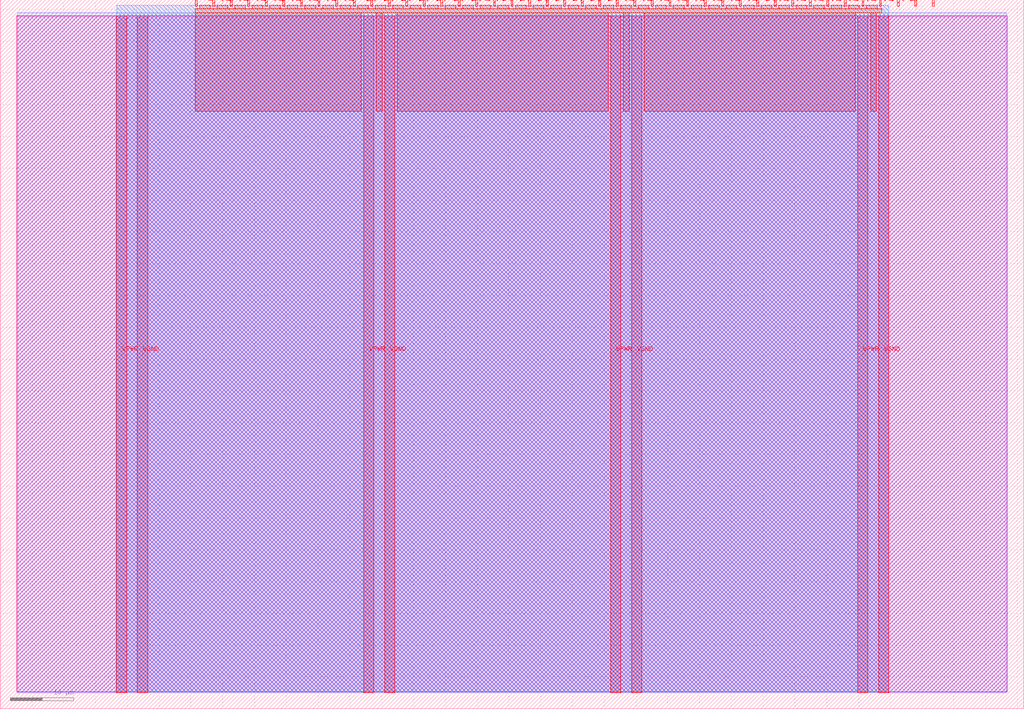
<source format=lef>
VERSION 5.7 ;
  NOWIREEXTENSIONATPIN ON ;
  DIVIDERCHAR "/" ;
  BUSBITCHARS "[]" ;
MACRO tt_um_wokwi_413919442353385473
  CLASS BLOCK ;
  FOREIGN tt_um_wokwi_413919442353385473 ;
  ORIGIN 0.000 0.000 ;
  SIZE 161.000 BY 111.520 ;
  PIN VGND
    DIRECTION INOUT ;
    USE GROUND ;
    PORT
      LAYER met4 ;
        RECT 21.580 2.480 23.180 109.040 ;
    END
    PORT
      LAYER met4 ;
        RECT 60.450 2.480 62.050 109.040 ;
    END
    PORT
      LAYER met4 ;
        RECT 99.320 2.480 100.920 109.040 ;
    END
    PORT
      LAYER met4 ;
        RECT 138.190 2.480 139.790 109.040 ;
    END
  END VGND
  PIN VPWR
    DIRECTION INOUT ;
    USE POWER ;
    PORT
      LAYER met4 ;
        RECT 18.280 2.480 19.880 109.040 ;
    END
    PORT
      LAYER met4 ;
        RECT 57.150 2.480 58.750 109.040 ;
    END
    PORT
      LAYER met4 ;
        RECT 96.020 2.480 97.620 109.040 ;
    END
    PORT
      LAYER met4 ;
        RECT 134.890 2.480 136.490 109.040 ;
    END
  END VPWR
  PIN clk
    DIRECTION INPUT ;
    USE SIGNAL ;
    PORT
      LAYER met4 ;
        RECT 143.830 110.520 144.130 111.520 ;
    END
  END clk
  PIN ena
    DIRECTION INPUT ;
    USE SIGNAL ;
    PORT
      LAYER met4 ;
        RECT 146.590 110.520 146.890 111.520 ;
    END
  END ena
  PIN rst_n
    DIRECTION INPUT ;
    USE SIGNAL ;
    PORT
      LAYER met4 ;
        RECT 141.070 110.520 141.370 111.520 ;
    END
  END rst_n
  PIN ui_in[0]
    DIRECTION INPUT ;
    USE SIGNAL ;
    ANTENNAGATEAREA 0.196500 ;
    PORT
      LAYER met4 ;
        RECT 138.310 110.520 138.610 111.520 ;
    END
  END ui_in[0]
  PIN ui_in[1]
    DIRECTION INPUT ;
    USE SIGNAL ;
    ANTENNAGATEAREA 0.196500 ;
    PORT
      LAYER met4 ;
        RECT 135.550 110.520 135.850 111.520 ;
    END
  END ui_in[1]
  PIN ui_in[2]
    DIRECTION INPUT ;
    USE SIGNAL ;
    ANTENNAGATEAREA 0.196500 ;
    PORT
      LAYER met4 ;
        RECT 132.790 110.520 133.090 111.520 ;
    END
  END ui_in[2]
  PIN ui_in[3]
    DIRECTION INPUT ;
    USE SIGNAL ;
    ANTENNAGATEAREA 0.196500 ;
    PORT
      LAYER met4 ;
        RECT 130.030 110.520 130.330 111.520 ;
    END
  END ui_in[3]
  PIN ui_in[4]
    DIRECTION INPUT ;
    USE SIGNAL ;
    ANTENNAGATEAREA 0.159000 ;
    PORT
      LAYER met4 ;
        RECT 127.270 110.520 127.570 111.520 ;
    END
  END ui_in[4]
  PIN ui_in[5]
    DIRECTION INPUT ;
    USE SIGNAL ;
    ANTENNAGATEAREA 0.196500 ;
    PORT
      LAYER met4 ;
        RECT 124.510 110.520 124.810 111.520 ;
    END
  END ui_in[5]
  PIN ui_in[6]
    DIRECTION INPUT ;
    USE SIGNAL ;
    ANTENNAGATEAREA 0.159000 ;
    ANTENNADIFFAREA 0.434700 ;
    PORT
      LAYER met4 ;
        RECT 121.750 110.520 122.050 111.520 ;
    END
  END ui_in[6]
  PIN ui_in[7]
    DIRECTION INPUT ;
    USE SIGNAL ;
    ANTENNAGATEAREA 0.159000 ;
    ANTENNADIFFAREA 0.434700 ;
    PORT
      LAYER met4 ;
        RECT 118.990 110.520 119.290 111.520 ;
    END
  END ui_in[7]
  PIN uio_in[0]
    DIRECTION INPUT ;
    USE SIGNAL ;
    PORT
      LAYER met4 ;
        RECT 116.230 110.520 116.530 111.520 ;
    END
  END uio_in[0]
  PIN uio_in[1]
    DIRECTION INPUT ;
    USE SIGNAL ;
    PORT
      LAYER met4 ;
        RECT 113.470 110.520 113.770 111.520 ;
    END
  END uio_in[1]
  PIN uio_in[2]
    DIRECTION INPUT ;
    USE SIGNAL ;
    PORT
      LAYER met4 ;
        RECT 110.710 110.520 111.010 111.520 ;
    END
  END uio_in[2]
  PIN uio_in[3]
    DIRECTION INPUT ;
    USE SIGNAL ;
    PORT
      LAYER met4 ;
        RECT 107.950 110.520 108.250 111.520 ;
    END
  END uio_in[3]
  PIN uio_in[4]
    DIRECTION INPUT ;
    USE SIGNAL ;
    PORT
      LAYER met4 ;
        RECT 105.190 110.520 105.490 111.520 ;
    END
  END uio_in[4]
  PIN uio_in[5]
    DIRECTION INPUT ;
    USE SIGNAL ;
    PORT
      LAYER met4 ;
        RECT 102.430 110.520 102.730 111.520 ;
    END
  END uio_in[5]
  PIN uio_in[6]
    DIRECTION INPUT ;
    USE SIGNAL ;
    PORT
      LAYER met4 ;
        RECT 99.670 110.520 99.970 111.520 ;
    END
  END uio_in[6]
  PIN uio_in[7]
    DIRECTION INPUT ;
    USE SIGNAL ;
    PORT
      LAYER met4 ;
        RECT 96.910 110.520 97.210 111.520 ;
    END
  END uio_in[7]
  PIN uio_oe[0]
    DIRECTION OUTPUT ;
    USE SIGNAL ;
    PORT
      LAYER met4 ;
        RECT 49.990 110.520 50.290 111.520 ;
    END
  END uio_oe[0]
  PIN uio_oe[1]
    DIRECTION OUTPUT ;
    USE SIGNAL ;
    PORT
      LAYER met4 ;
        RECT 47.230 110.520 47.530 111.520 ;
    END
  END uio_oe[1]
  PIN uio_oe[2]
    DIRECTION OUTPUT ;
    USE SIGNAL ;
    PORT
      LAYER met4 ;
        RECT 44.470 110.520 44.770 111.520 ;
    END
  END uio_oe[2]
  PIN uio_oe[3]
    DIRECTION OUTPUT ;
    USE SIGNAL ;
    PORT
      LAYER met4 ;
        RECT 41.710 110.520 42.010 111.520 ;
    END
  END uio_oe[3]
  PIN uio_oe[4]
    DIRECTION OUTPUT ;
    USE SIGNAL ;
    PORT
      LAYER met4 ;
        RECT 38.950 110.520 39.250 111.520 ;
    END
  END uio_oe[4]
  PIN uio_oe[5]
    DIRECTION OUTPUT ;
    USE SIGNAL ;
    PORT
      LAYER met4 ;
        RECT 36.190 110.520 36.490 111.520 ;
    END
  END uio_oe[5]
  PIN uio_oe[6]
    DIRECTION OUTPUT ;
    USE SIGNAL ;
    PORT
      LAYER met4 ;
        RECT 33.430 110.520 33.730 111.520 ;
    END
  END uio_oe[6]
  PIN uio_oe[7]
    DIRECTION OUTPUT ;
    USE SIGNAL ;
    PORT
      LAYER met4 ;
        RECT 30.670 110.520 30.970 111.520 ;
    END
  END uio_oe[7]
  PIN uio_out[0]
    DIRECTION OUTPUT ;
    USE SIGNAL ;
    PORT
      LAYER met4 ;
        RECT 72.070 110.520 72.370 111.520 ;
    END
  END uio_out[0]
  PIN uio_out[1]
    DIRECTION OUTPUT ;
    USE SIGNAL ;
    PORT
      LAYER met4 ;
        RECT 69.310 110.520 69.610 111.520 ;
    END
  END uio_out[1]
  PIN uio_out[2]
    DIRECTION OUTPUT ;
    USE SIGNAL ;
    PORT
      LAYER met4 ;
        RECT 66.550 110.520 66.850 111.520 ;
    END
  END uio_out[2]
  PIN uio_out[3]
    DIRECTION OUTPUT ;
    USE SIGNAL ;
    PORT
      LAYER met4 ;
        RECT 63.790 110.520 64.090 111.520 ;
    END
  END uio_out[3]
  PIN uio_out[4]
    DIRECTION OUTPUT ;
    USE SIGNAL ;
    PORT
      LAYER met4 ;
        RECT 61.030 110.520 61.330 111.520 ;
    END
  END uio_out[4]
  PIN uio_out[5]
    DIRECTION OUTPUT ;
    USE SIGNAL ;
    PORT
      LAYER met4 ;
        RECT 58.270 110.520 58.570 111.520 ;
    END
  END uio_out[5]
  PIN uio_out[6]
    DIRECTION OUTPUT ;
    USE SIGNAL ;
    PORT
      LAYER met4 ;
        RECT 55.510 110.520 55.810 111.520 ;
    END
  END uio_out[6]
  PIN uio_out[7]
    DIRECTION OUTPUT ;
    USE SIGNAL ;
    PORT
      LAYER met4 ;
        RECT 52.750 110.520 53.050 111.520 ;
    END
  END uio_out[7]
  PIN uo_out[0]
    DIRECTION OUTPUT ;
    USE SIGNAL ;
    ANTENNADIFFAREA 0.445500 ;
    PORT
      LAYER met4 ;
        RECT 94.150 110.520 94.450 111.520 ;
    END
  END uo_out[0]
  PIN uo_out[1]
    DIRECTION OUTPUT ;
    USE SIGNAL ;
    ANTENNADIFFAREA 0.445500 ;
    PORT
      LAYER met4 ;
        RECT 91.390 110.520 91.690 111.520 ;
    END
  END uo_out[1]
  PIN uo_out[2]
    DIRECTION OUTPUT ;
    USE SIGNAL ;
    ANTENNADIFFAREA 0.445500 ;
    PORT
      LAYER met4 ;
        RECT 88.630 110.520 88.930 111.520 ;
    END
  END uo_out[2]
  PIN uo_out[3]
    DIRECTION OUTPUT ;
    USE SIGNAL ;
    ANTENNADIFFAREA 0.445500 ;
    PORT
      LAYER met4 ;
        RECT 85.870 110.520 86.170 111.520 ;
    END
  END uo_out[3]
  PIN uo_out[4]
    DIRECTION OUTPUT ;
    USE SIGNAL ;
    ANTENNADIFFAREA 0.445500 ;
    PORT
      LAYER met4 ;
        RECT 83.110 110.520 83.410 111.520 ;
    END
  END uo_out[4]
  PIN uo_out[5]
    DIRECTION OUTPUT ;
    USE SIGNAL ;
    ANTENNADIFFAREA 0.445500 ;
    PORT
      LAYER met4 ;
        RECT 80.350 110.520 80.650 111.520 ;
    END
  END uo_out[5]
  PIN uo_out[6]
    DIRECTION OUTPUT ;
    USE SIGNAL ;
    ANTENNADIFFAREA 0.445500 ;
    PORT
      LAYER met4 ;
        RECT 77.590 110.520 77.890 111.520 ;
    END
  END uo_out[6]
  PIN uo_out[7]
    DIRECTION OUTPUT ;
    USE SIGNAL ;
    ANTENNADIFFAREA 0.445500 ;
    PORT
      LAYER met4 ;
        RECT 74.830 110.520 75.130 111.520 ;
    END
  END uo_out[7]
  OBS
      LAYER nwell ;
        RECT 2.570 2.635 158.430 108.990 ;
      LAYER li1 ;
        RECT 2.760 2.635 158.240 108.885 ;
      LAYER met1 ;
        RECT 2.760 2.480 158.240 109.440 ;
      LAYER met2 ;
        RECT 18.310 2.535 139.760 110.685 ;
      LAYER met3 ;
        RECT 18.290 2.555 139.780 110.665 ;
      LAYER met4 ;
        RECT 31.370 110.120 33.030 110.665 ;
        RECT 34.130 110.120 35.790 110.665 ;
        RECT 36.890 110.120 38.550 110.665 ;
        RECT 39.650 110.120 41.310 110.665 ;
        RECT 42.410 110.120 44.070 110.665 ;
        RECT 45.170 110.120 46.830 110.665 ;
        RECT 47.930 110.120 49.590 110.665 ;
        RECT 50.690 110.120 52.350 110.665 ;
        RECT 53.450 110.120 55.110 110.665 ;
        RECT 56.210 110.120 57.870 110.665 ;
        RECT 58.970 110.120 60.630 110.665 ;
        RECT 61.730 110.120 63.390 110.665 ;
        RECT 64.490 110.120 66.150 110.665 ;
        RECT 67.250 110.120 68.910 110.665 ;
        RECT 70.010 110.120 71.670 110.665 ;
        RECT 72.770 110.120 74.430 110.665 ;
        RECT 75.530 110.120 77.190 110.665 ;
        RECT 78.290 110.120 79.950 110.665 ;
        RECT 81.050 110.120 82.710 110.665 ;
        RECT 83.810 110.120 85.470 110.665 ;
        RECT 86.570 110.120 88.230 110.665 ;
        RECT 89.330 110.120 90.990 110.665 ;
        RECT 92.090 110.120 93.750 110.665 ;
        RECT 94.850 110.120 96.510 110.665 ;
        RECT 97.610 110.120 99.270 110.665 ;
        RECT 100.370 110.120 102.030 110.665 ;
        RECT 103.130 110.120 104.790 110.665 ;
        RECT 105.890 110.120 107.550 110.665 ;
        RECT 108.650 110.120 110.310 110.665 ;
        RECT 111.410 110.120 113.070 110.665 ;
        RECT 114.170 110.120 115.830 110.665 ;
        RECT 116.930 110.120 118.590 110.665 ;
        RECT 119.690 110.120 121.350 110.665 ;
        RECT 122.450 110.120 124.110 110.665 ;
        RECT 125.210 110.120 126.870 110.665 ;
        RECT 127.970 110.120 129.630 110.665 ;
        RECT 130.730 110.120 132.390 110.665 ;
        RECT 133.490 110.120 135.150 110.665 ;
        RECT 136.250 110.120 137.910 110.665 ;
        RECT 30.655 109.440 138.625 110.120 ;
        RECT 30.655 94.015 56.750 109.440 ;
        RECT 59.150 94.015 60.050 109.440 ;
        RECT 62.450 94.015 95.620 109.440 ;
        RECT 98.020 94.015 98.920 109.440 ;
        RECT 101.320 94.015 134.490 109.440 ;
        RECT 136.890 94.015 137.790 109.440 ;
  END
END tt_um_wokwi_413919442353385473
END LIBRARY


</source>
